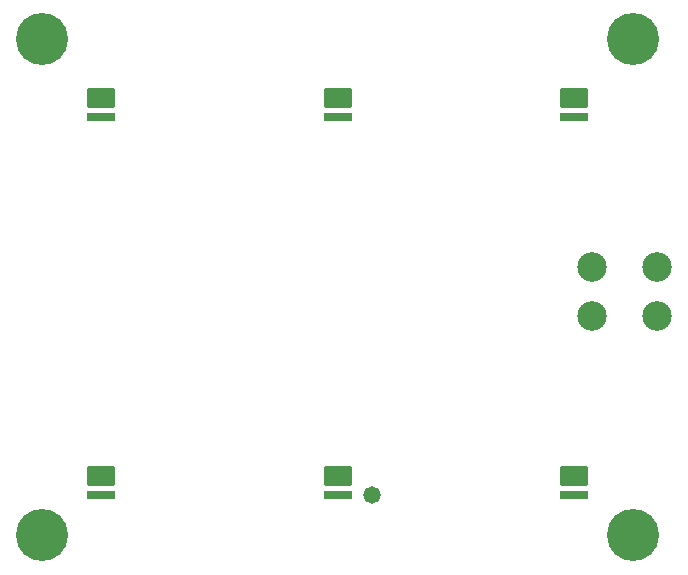
<source format=gts>
G04*
G04 #@! TF.GenerationSoftware,Altium Limited,Altium Designer,22.1.2 (22)*
G04*
G04 Layer_Color=8388736*
%FSLAX25Y25*%
%MOIN*%
G70*
G04*
G04 #@! TF.SameCoordinates,94212916-5215-4C0A-BD21-050921E15A7C*
G04*
G04*
G04 #@! TF.FilePolarity,Negative*
G04*
G01*
G75*
G04:AMPARAMS|DCode=14|XSize=64.96mil|YSize=96.46mil|CornerRadius=4.13mil|HoleSize=0mil|Usage=FLASHONLY|Rotation=270.000|XOffset=0mil|YOffset=0mil|HoleType=Round|Shape=RoundedRectangle|*
%AMROUNDEDRECTD14*
21,1,0.06496,0.08819,0,0,270.0*
21,1,0.05669,0.09646,0,0,270.0*
1,1,0.00827,-0.04409,-0.02835*
1,1,0.00827,-0.04409,0.02835*
1,1,0.00827,0.04409,0.02835*
1,1,0.00827,0.04409,-0.02835*
%
%ADD14ROUNDEDRECTD14*%
G04:AMPARAMS|DCode=15|XSize=25.59mil|YSize=96.46mil|CornerRadius=2.17mil|HoleSize=0mil|Usage=FLASHONLY|Rotation=270.000|XOffset=0mil|YOffset=0mil|HoleType=Round|Shape=RoundedRectangle|*
%AMROUNDEDRECTD15*
21,1,0.02559,0.09213,0,0,270.0*
21,1,0.02126,0.09646,0,0,270.0*
1,1,0.00433,-0.04606,-0.01063*
1,1,0.00433,-0.04606,0.01063*
1,1,0.00433,0.04606,0.01063*
1,1,0.00433,0.04606,-0.01063*
%
%ADD15ROUNDEDRECTD15*%
%ADD16C,0.17335*%
%ADD17C,0.09855*%
%ADD18C,0.05800*%
D14*
X196850Y39370D02*
D03*
Y165354D02*
D03*
X118110Y39370D02*
D03*
Y165354D02*
D03*
X39370Y39370D02*
D03*
Y165354D02*
D03*
D15*
X196850Y32992D02*
D03*
Y158976D02*
D03*
X118110Y32992D02*
D03*
Y158976D02*
D03*
X39370Y32992D02*
D03*
Y158976D02*
D03*
D16*
X19685Y185039D02*
D03*
X216535D02*
D03*
Y19685D02*
D03*
X19685D02*
D03*
D17*
X202756Y92717D02*
D03*
Y109252D02*
D03*
X224409D02*
D03*
Y92717D02*
D03*
D18*
X129528Y33071D02*
D03*
M02*

</source>
